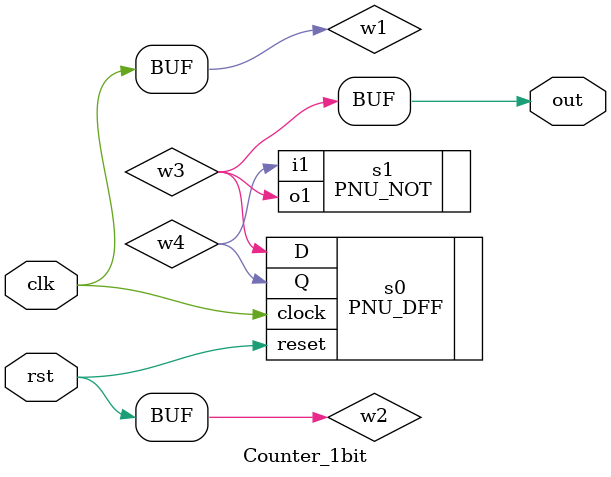
<source format=v>
module Counter_1bit(out,clk,rst);

output out;
input clk;
input rst;

wire  w1;
wire  w2;
wire  w4;
wire  w3;

assign out = w3;
assign w1 = clk;
assign w2 = rst;

PNU_DFF
     s0 (
      .clock(w1),
      .reset(w2),
      .Q(w4),
      .D(w3));

PNU_NOT
     s1 (
      .i1(w4),
      .o1(w3));

endmodule


</source>
